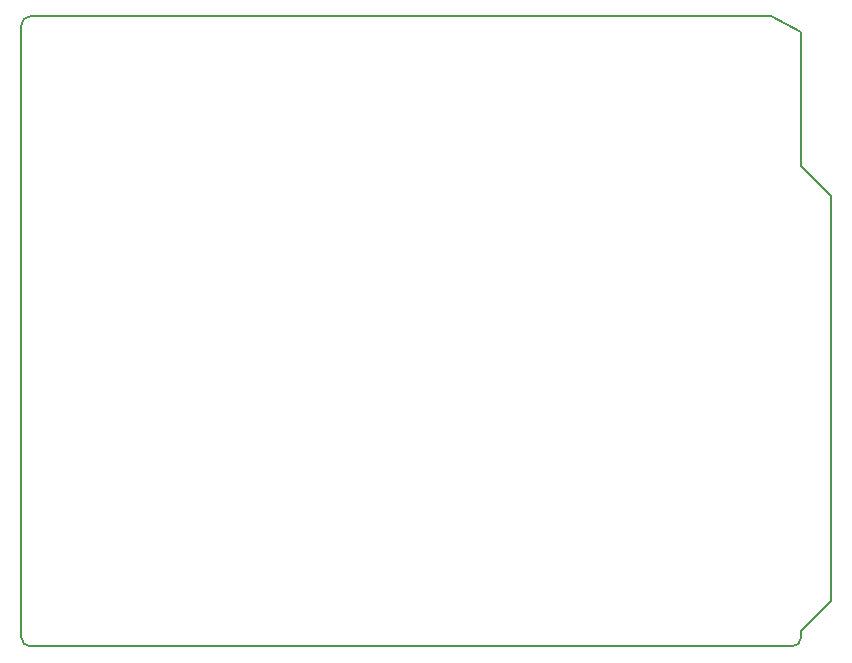
<source format=gbr>
%TF.GenerationSoftware,KiCad,Pcbnew,9.0.6*%
%TF.CreationDate,2025-12-02T16:19:02+01:00*%
%TF.ProjectId,new pcb,6e657720-7063-4622-9e6b-696361645f70,rev?*%
%TF.SameCoordinates,Original*%
%TF.FileFunction,Profile,NP*%
%FSLAX46Y46*%
G04 Gerber Fmt 4.6, Leading zero omitted, Abs format (unit mm)*
G04 Created by KiCad (PCBNEW 9.0.6) date 2025-12-02 16:19:02*
%MOMM*%
%LPD*%
G01*
G04 APERTURE LIST*
%TA.AperFunction,Profile*%
%ADD10C,0.150000*%
%TD*%
G04 APERTURE END LIST*
D10*
X166000000Y-48000000D02*
X166040000Y-59360000D01*
X163500000Y-46660000D02*
X166000000Y-48000000D01*
X166040000Y-59360000D02*
X168580000Y-61900000D01*
X100000000Y-99238000D02*
X100000000Y-47422000D01*
X168580000Y-61900000D02*
X168580000Y-96190000D01*
X165278000Y-100000000D02*
X100762000Y-100000000D01*
X100762000Y-46660000D02*
X163500000Y-46660000D01*
X100762000Y-100000000D02*
G75*
G02*
X100000000Y-99238000I0J762000D01*
G01*
X168580000Y-96190000D02*
X166040000Y-98730000D01*
X166040000Y-99238000D02*
G75*
G02*
X165278000Y-100000000I-762000J0D01*
G01*
X166040000Y-98730000D02*
X166040000Y-99238000D01*
X100000000Y-47422000D02*
G75*
G02*
X100762000Y-46660000I762000J0D01*
G01*
M02*

</source>
